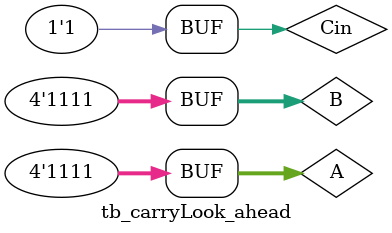
<source format=v>
module tb_carryLook_ahead;
  reg [3:0] A, B;
  reg Cin;
  wire [3:0] Sum;
  wire Cout;

  carryLook_ahead dut (A,B,Cin,Sum,Cout);

  initial begin
    A = 4'b0001; B = 4'b0010; Cin = 0; #10;
    A = 4'b0101; B = 4'b0011; Cin = 1; #10;
    A = 4'b1111; B = 4'b0001; Cin = 0; #10;
    A = 4'b1010; B = 4'b0101; Cin = 1; #10;
    A = 4'b1111; B = 4'b1111; Cin = 1; #10;
  end
endmodule

</source>
